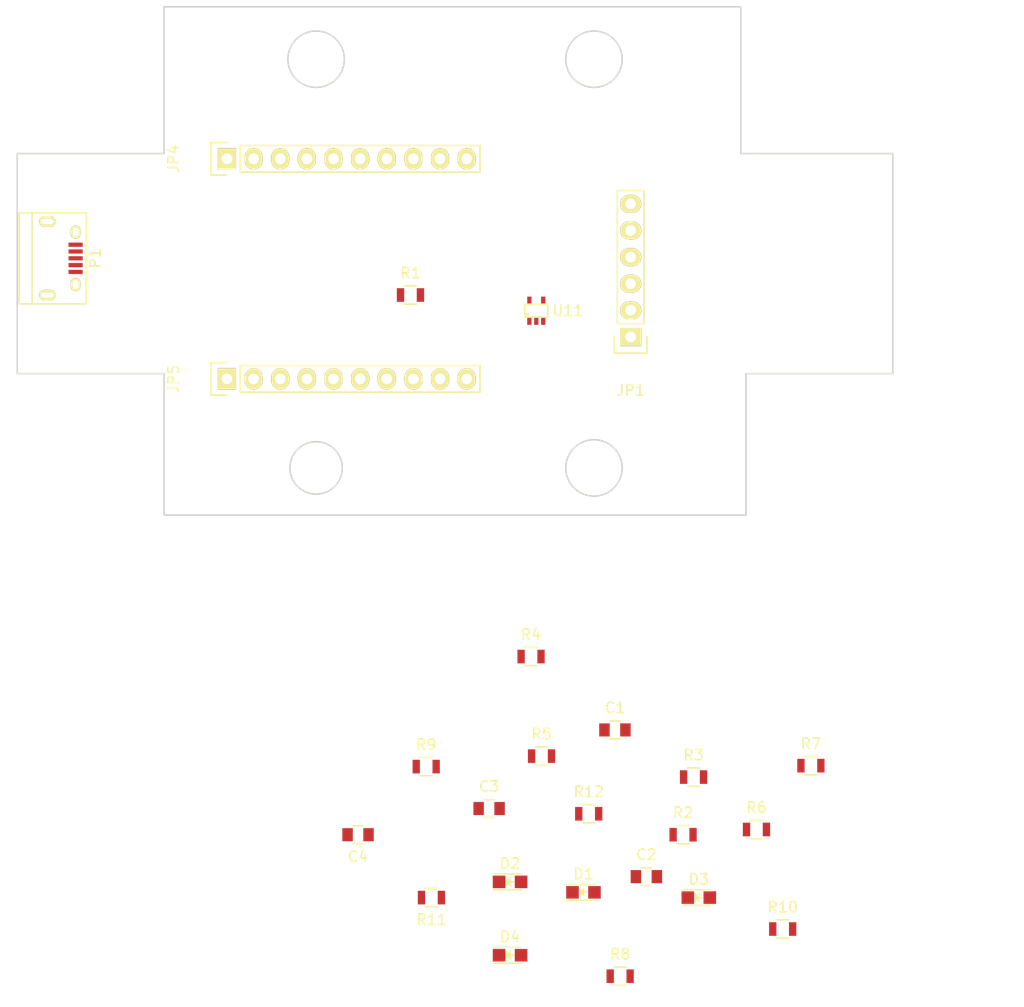
<source format=kicad_pcb>
(kicad_pcb (version 4) (host pcbnew 4.0.1-3.201512221401+6198~38~ubuntu15.10.1-stable)

  (general
    (links 47)
    (no_connects 47)
    (area 120.924999 44.924999 204.575001 93.575001)
    (thickness 1.6)
    (drawings 35)
    (tracks 0)
    (zones 0)
    (modules 25)
    (nets 34)
  )

  (page A4)
  (layers
    (0 F.Cu signal)
    (31 B.Cu signal)
    (32 B.Adhes user)
    (33 F.Adhes user)
    (34 B.Paste user)
    (35 F.Paste user)
    (36 B.SilkS user)
    (37 F.SilkS user)
    (38 B.Mask user)
    (39 F.Mask user)
    (40 Dwgs.User user)
    (41 Cmts.User user)
    (42 Eco1.User user)
    (43 Eco2.User user)
    (44 Edge.Cuts user)
    (45 Margin user)
    (46 B.CrtYd user)
    (47 F.CrtYd user)
    (48 B.Fab user)
    (49 F.Fab user)
  )

  (setup
    (last_trace_width 0.25)
    (trace_clearance 0.2)
    (zone_clearance 0.508)
    (zone_45_only no)
    (trace_min 0.2)
    (segment_width 0.2)
    (edge_width 0.15)
    (via_size 0.6)
    (via_drill 0.4)
    (via_min_size 0.4)
    (via_min_drill 0.3)
    (uvia_size 0.3)
    (uvia_drill 0.1)
    (uvias_allowed no)
    (uvia_min_size 0.2)
    (uvia_min_drill 0.1)
    (pcb_text_width 0.3)
    (pcb_text_size 1.5 1.5)
    (mod_edge_width 0.15)
    (mod_text_size 1 1)
    (mod_text_width 0.15)
    (pad_size 1.524 1.524)
    (pad_drill 0.762)
    (pad_to_mask_clearance 0.2)
    (aux_axis_origin 0 0)
    (visible_elements FFFFFF7F)
    (pcbplotparams
      (layerselection 0x00030_80000001)
      (usegerberextensions false)
      (excludeedgelayer true)
      (linewidth 0.100000)
      (plotframeref false)
      (viasonmask false)
      (mode 1)
      (useauxorigin false)
      (hpglpennumber 1)
      (hpglpenspeed 20)
      (hpglpendiameter 15)
      (hpglpenoverlay 2)
      (psnegative false)
      (psa4output false)
      (plotreference true)
      (plotvalue true)
      (plotinvisibletext false)
      (padsonsilk false)
      (subtractmaskfromsilk false)
      (outputformat 1)
      (mirror false)
      (drillshape 1)
      (scaleselection 1)
      (outputdirectory ""))
  )

  (net 0 "")
  (net 1 "Net-(C1-Pad1)")
  (net 2 GND)
  (net 3 ADC)
  (net 4 "Net-(C2-Pad2)")
  (net 5 "Net-(C3-Pad1)")
  (net 6 "Net-(C4-Pad1)")
  (net 7 "Net-(C4-Pad2)")
  (net 8 RESET)
  (net 9 RESET_5V)
  (net 10 RXD)
  (net 11 +3V3)
  (net 12 "Net-(D3-Pad1)")
  (net 13 "Net-(D4-Pad1)")
  (net 14 "Net-(JP1-Pad1)")
  (net 15 TXD)
  (net 16 "Net-(JP1-Pad5)")
  (net 17 CH_PD)
  (net 18 GPIO16)
  (net 19 GPIO14)
  (net 20 GPIO12)
  (net 21 GPIO13)
  (net 22 +BATT)
  (net 23 LD0_EN)
  (net 24 GPIO15)
  (net 25 GPIO2)
  (net 26 GPIO0)
  (net 27 GPIO4)
  (net 28 GPIO5)
  (net 29 "Net-(P1-Pad2)")
  (net 30 "Net-(P1-Pad3)")
  (net 31 "Net-(P1-Pad4)")
  (net 32 "Net-(P1-Pad6)")
  (net 33 "Net-(U11-Pad4)")

  (net_class Default "This is the default net class."
    (clearance 0.2)
    (trace_width 0.25)
    (via_dia 0.6)
    (via_drill 0.4)
    (uvia_dia 0.3)
    (uvia_drill 0.1)
    (add_net +3V3)
    (add_net +BATT)
    (add_net ADC)
    (add_net CH_PD)
    (add_net GND)
    (add_net GPIO0)
    (add_net GPIO12)
    (add_net GPIO13)
    (add_net GPIO14)
    (add_net GPIO15)
    (add_net GPIO16)
    (add_net GPIO2)
    (add_net GPIO4)
    (add_net GPIO5)
    (add_net LD0_EN)
    (add_net "Net-(C1-Pad1)")
    (add_net "Net-(C2-Pad2)")
    (add_net "Net-(C3-Pad1)")
    (add_net "Net-(C4-Pad1)")
    (add_net "Net-(C4-Pad2)")
    (add_net "Net-(D3-Pad1)")
    (add_net "Net-(D4-Pad1)")
    (add_net "Net-(JP1-Pad1)")
    (add_net "Net-(JP1-Pad5)")
    (add_net "Net-(P1-Pad2)")
    (add_net "Net-(P1-Pad3)")
    (add_net "Net-(P1-Pad4)")
    (add_net "Net-(P1-Pad6)")
    (add_net "Net-(U11-Pad4)")
    (add_net RESET)
    (add_net RESET_5V)
    (add_net RXD)
    (add_net TXD)
  )

  (module Capacitors_SMD:C_0805 (layer F.Cu) (tedit 5415D6EA) (tstamp 56DB040A)
    (at 178 114)
    (descr "Capacitor SMD 0805, reflow soldering, AVX (see smccp.pdf)")
    (tags "capacitor 0805")
    (path /56C6600B)
    (attr smd)
    (fp_text reference C1 (at 0 -2.1) (layer F.SilkS)
      (effects (font (size 1 1) (thickness 0.15)))
    )
    (fp_text value 10UF (at 0 2.1) (layer F.Fab)
      (effects (font (size 1 1) (thickness 0.15)))
    )
    (fp_line (start -1.8 -1) (end 1.8 -1) (layer F.CrtYd) (width 0.05))
    (fp_line (start -1.8 1) (end 1.8 1) (layer F.CrtYd) (width 0.05))
    (fp_line (start -1.8 -1) (end -1.8 1) (layer F.CrtYd) (width 0.05))
    (fp_line (start 1.8 -1) (end 1.8 1) (layer F.CrtYd) (width 0.05))
    (fp_line (start 0.5 -0.85) (end -0.5 -0.85) (layer F.SilkS) (width 0.15))
    (fp_line (start -0.5 0.85) (end 0.5 0.85) (layer F.SilkS) (width 0.15))
    (pad 1 smd rect (at -1 0) (size 1 1.25) (layers F.Cu F.Paste F.Mask)
      (net 1 "Net-(C1-Pad1)"))
    (pad 2 smd rect (at 1 0) (size 1 1.25) (layers F.Cu F.Paste F.Mask)
      (net 2 GND))
    (model Capacitors_SMD.3dshapes/C_0805.wrl
      (at (xyz 0 0 0))
      (scale (xyz 1 1 1))
      (rotate (xyz 0 0 0))
    )
  )

  (module Capacitors_SMD:C_0805 (layer F.Cu) (tedit 5415D6EA) (tstamp 56DB0416)
    (at 181 128)
    (descr "Capacitor SMD 0805, reflow soldering, AVX (see smccp.pdf)")
    (tags "capacitor 0805")
    (path /56C658E9)
    (attr smd)
    (fp_text reference C2 (at 0 -2.1) (layer F.SilkS)
      (effects (font (size 1 1) (thickness 0.15)))
    )
    (fp_text value 12pF (at 0 2.1) (layer F.Fab)
      (effects (font (size 1 1) (thickness 0.15)))
    )
    (fp_line (start -1.8 -1) (end 1.8 -1) (layer F.CrtYd) (width 0.05))
    (fp_line (start -1.8 1) (end 1.8 1) (layer F.CrtYd) (width 0.05))
    (fp_line (start -1.8 -1) (end -1.8 1) (layer F.CrtYd) (width 0.05))
    (fp_line (start 1.8 -1) (end 1.8 1) (layer F.CrtYd) (width 0.05))
    (fp_line (start 0.5 -0.85) (end -0.5 -0.85) (layer F.SilkS) (width 0.15))
    (fp_line (start -0.5 0.85) (end 0.5 0.85) (layer F.SilkS) (width 0.15))
    (pad 1 smd rect (at -1 0) (size 1 1.25) (layers F.Cu F.Paste F.Mask)
      (net 3 ADC))
    (pad 2 smd rect (at 1 0) (size 1 1.25) (layers F.Cu F.Paste F.Mask)
      (net 4 "Net-(C2-Pad2)"))
    (model Capacitors_SMD.3dshapes/C_0805.wrl
      (at (xyz 0 0 0))
      (scale (xyz 1 1 1))
      (rotate (xyz 0 0 0))
    )
  )

  (module Capacitors_SMD:C_0805 (layer F.Cu) (tedit 5415D6EA) (tstamp 56DB0422)
    (at 166 121.5)
    (descr "Capacitor SMD 0805, reflow soldering, AVX (see smccp.pdf)")
    (tags "capacitor 0805")
    (path /56C65752)
    (attr smd)
    (fp_text reference C3 (at 0 -2.1) (layer F.SilkS)
      (effects (font (size 1 1) (thickness 0.15)))
    )
    (fp_text value 1uF (at 0 2.1) (layer F.Fab)
      (effects (font (size 1 1) (thickness 0.15)))
    )
    (fp_line (start -1.8 -1) (end 1.8 -1) (layer F.CrtYd) (width 0.05))
    (fp_line (start -1.8 1) (end 1.8 1) (layer F.CrtYd) (width 0.05))
    (fp_line (start -1.8 -1) (end -1.8 1) (layer F.CrtYd) (width 0.05))
    (fp_line (start 1.8 -1) (end 1.8 1) (layer F.CrtYd) (width 0.05))
    (fp_line (start 0.5 -0.85) (end -0.5 -0.85) (layer F.SilkS) (width 0.15))
    (fp_line (start -0.5 0.85) (end 0.5 0.85) (layer F.SilkS) (width 0.15))
    (pad 1 smd rect (at -1 0) (size 1 1.25) (layers F.Cu F.Paste F.Mask)
      (net 5 "Net-(C3-Pad1)"))
    (pad 2 smd rect (at 1 0) (size 1 1.25) (layers F.Cu F.Paste F.Mask)
      (net 2 GND))
    (model Capacitors_SMD.3dshapes/C_0805.wrl
      (at (xyz 0 0 0))
      (scale (xyz 1 1 1))
      (rotate (xyz 0 0 0))
    )
  )

  (module Capacitors_SMD:C_0805 (layer F.Cu) (tedit 5415D6EA) (tstamp 56DB042E)
    (at 153.5 124 180)
    (descr "Capacitor SMD 0805, reflow soldering, AVX (see smccp.pdf)")
    (tags "capacitor 0805")
    (path /56C65A5B)
    (attr smd)
    (fp_text reference C4 (at 0 -2.1 180) (layer F.SilkS)
      (effects (font (size 1 1) (thickness 0.15)))
    )
    (fp_text value "4.7 uF" (at 0 2.1 180) (layer F.Fab)
      (effects (font (size 1 1) (thickness 0.15)))
    )
    (fp_line (start -1.8 -1) (end 1.8 -1) (layer F.CrtYd) (width 0.05))
    (fp_line (start -1.8 1) (end 1.8 1) (layer F.CrtYd) (width 0.05))
    (fp_line (start -1.8 -1) (end -1.8 1) (layer F.CrtYd) (width 0.05))
    (fp_line (start 1.8 -1) (end 1.8 1) (layer F.CrtYd) (width 0.05))
    (fp_line (start 0.5 -0.85) (end -0.5 -0.85) (layer F.SilkS) (width 0.15))
    (fp_line (start -0.5 0.85) (end 0.5 0.85) (layer F.SilkS) (width 0.15))
    (pad 1 smd rect (at -1 0 180) (size 1 1.25) (layers F.Cu F.Paste F.Mask)
      (net 6 "Net-(C4-Pad1)"))
    (pad 2 smd rect (at 1 0 180) (size 1 1.25) (layers F.Cu F.Paste F.Mask)
      (net 7 "Net-(C4-Pad2)"))
    (model Capacitors_SMD.3dshapes/C_0805.wrl
      (at (xyz 0 0 0))
      (scale (xyz 1 1 1))
      (rotate (xyz 0 0 0))
    )
  )

  (module LEDs:LED_0805 (layer F.Cu) (tedit 55BDE1C2) (tstamp 56DB0441)
    (at 175 129.5)
    (descr "LED 0805 smd package")
    (tags "LED 0805 SMD")
    (path /56C670E7)
    (attr smd)
    (fp_text reference D1 (at 0 -1.75) (layer F.SilkS)
      (effects (font (size 1 1) (thickness 0.15)))
    )
    (fp_text value D (at 0 1.75) (layer F.Fab)
      (effects (font (size 1 1) (thickness 0.15)))
    )
    (fp_line (start -1.6 0.75) (end 1.1 0.75) (layer F.SilkS) (width 0.15))
    (fp_line (start -1.6 -0.75) (end 1.1 -0.75) (layer F.SilkS) (width 0.15))
    (fp_line (start -0.1 0.15) (end -0.1 -0.1) (layer F.SilkS) (width 0.15))
    (fp_line (start -0.1 -0.1) (end -0.25 0.05) (layer F.SilkS) (width 0.15))
    (fp_line (start -0.35 -0.35) (end -0.35 0.35) (layer F.SilkS) (width 0.15))
    (fp_line (start 0 0) (end 0.35 0) (layer F.SilkS) (width 0.15))
    (fp_line (start -0.35 0) (end 0 -0.35) (layer F.SilkS) (width 0.15))
    (fp_line (start 0 -0.35) (end 0 0.35) (layer F.SilkS) (width 0.15))
    (fp_line (start 0 0.35) (end -0.35 0) (layer F.SilkS) (width 0.15))
    (fp_line (start 1.9 -0.95) (end 1.9 0.95) (layer F.CrtYd) (width 0.05))
    (fp_line (start 1.9 0.95) (end -1.9 0.95) (layer F.CrtYd) (width 0.05))
    (fp_line (start -1.9 0.95) (end -1.9 -0.95) (layer F.CrtYd) (width 0.05))
    (fp_line (start -1.9 -0.95) (end 1.9 -0.95) (layer F.CrtYd) (width 0.05))
    (pad 2 smd rect (at 1.04902 0 180) (size 1.19888 1.19888) (layers F.Cu F.Paste F.Mask)
      (net 8 RESET))
    (pad 1 smd rect (at -1.04902 0 180) (size 1.19888 1.19888) (layers F.Cu F.Paste F.Mask)
      (net 9 RESET_5V))
    (model LEDs.3dshapes/LED_0805.wrl
      (at (xyz 0 0 0))
      (scale (xyz 1 1 1))
      (rotate (xyz 0 0 0))
    )
  )

  (module LEDs:LED_0805 (layer F.Cu) (tedit 55BDE1C2) (tstamp 56DB0454)
    (at 168 128.5)
    (descr "LED 0805 smd package")
    (tags "LED 0805 SMD")
    (path /56C67193)
    (attr smd)
    (fp_text reference D2 (at 0 -1.75) (layer F.SilkS)
      (effects (font (size 1 1) (thickness 0.15)))
    )
    (fp_text value D (at 0 1.75) (layer F.Fab)
      (effects (font (size 1 1) (thickness 0.15)))
    )
    (fp_line (start -1.6 0.75) (end 1.1 0.75) (layer F.SilkS) (width 0.15))
    (fp_line (start -1.6 -0.75) (end 1.1 -0.75) (layer F.SilkS) (width 0.15))
    (fp_line (start -0.1 0.15) (end -0.1 -0.1) (layer F.SilkS) (width 0.15))
    (fp_line (start -0.1 -0.1) (end -0.25 0.05) (layer F.SilkS) (width 0.15))
    (fp_line (start -0.35 -0.35) (end -0.35 0.35) (layer F.SilkS) (width 0.15))
    (fp_line (start 0 0) (end 0.35 0) (layer F.SilkS) (width 0.15))
    (fp_line (start -0.35 0) (end 0 -0.35) (layer F.SilkS) (width 0.15))
    (fp_line (start 0 -0.35) (end 0 0.35) (layer F.SilkS) (width 0.15))
    (fp_line (start 0 0.35) (end -0.35 0) (layer F.SilkS) (width 0.15))
    (fp_line (start 1.9 -0.95) (end 1.9 0.95) (layer F.CrtYd) (width 0.05))
    (fp_line (start 1.9 0.95) (end -1.9 0.95) (layer F.CrtYd) (width 0.05))
    (fp_line (start -1.9 0.95) (end -1.9 -0.95) (layer F.CrtYd) (width 0.05))
    (fp_line (start -1.9 -0.95) (end 1.9 -0.95) (layer F.CrtYd) (width 0.05))
    (pad 2 smd rect (at 1.04902 0 180) (size 1.19888 1.19888) (layers F.Cu F.Paste F.Mask)
      (net 10 RXD))
    (pad 1 smd rect (at -1.04902 0 180) (size 1.19888 1.19888) (layers F.Cu F.Paste F.Mask)
      (net 10 RXD))
    (model LEDs.3dshapes/LED_0805.wrl
      (at (xyz 0 0 0))
      (scale (xyz 1 1 1))
      (rotate (xyz 0 0 0))
    )
  )

  (module LEDs:LED_0805 (layer F.Cu) (tedit 55BDE1C2) (tstamp 56DB0467)
    (at 186 130)
    (descr "LED 0805 smd package")
    (tags "LED 0805 SMD")
    (path /56D7A6F8)
    (attr smd)
    (fp_text reference D3 (at 0 -1.75) (layer F.SilkS)
      (effects (font (size 1 1) (thickness 0.15)))
    )
    (fp_text value LED (at 0 1.75) (layer F.Fab)
      (effects (font (size 1 1) (thickness 0.15)))
    )
    (fp_line (start -1.6 0.75) (end 1.1 0.75) (layer F.SilkS) (width 0.15))
    (fp_line (start -1.6 -0.75) (end 1.1 -0.75) (layer F.SilkS) (width 0.15))
    (fp_line (start -0.1 0.15) (end -0.1 -0.1) (layer F.SilkS) (width 0.15))
    (fp_line (start -0.1 -0.1) (end -0.25 0.05) (layer F.SilkS) (width 0.15))
    (fp_line (start -0.35 -0.35) (end -0.35 0.35) (layer F.SilkS) (width 0.15))
    (fp_line (start 0 0) (end 0.35 0) (layer F.SilkS) (width 0.15))
    (fp_line (start -0.35 0) (end 0 -0.35) (layer F.SilkS) (width 0.15))
    (fp_line (start 0 -0.35) (end 0 0.35) (layer F.SilkS) (width 0.15))
    (fp_line (start 0 0.35) (end -0.35 0) (layer F.SilkS) (width 0.15))
    (fp_line (start 1.9 -0.95) (end 1.9 0.95) (layer F.CrtYd) (width 0.05))
    (fp_line (start 1.9 0.95) (end -1.9 0.95) (layer F.CrtYd) (width 0.05))
    (fp_line (start -1.9 0.95) (end -1.9 -0.95) (layer F.CrtYd) (width 0.05))
    (fp_line (start -1.9 -0.95) (end 1.9 -0.95) (layer F.CrtYd) (width 0.05))
    (pad 2 smd rect (at 1.04902 0 180) (size 1.19888 1.19888) (layers F.Cu F.Paste F.Mask)
      (net 11 +3V3))
    (pad 1 smd rect (at -1.04902 0 180) (size 1.19888 1.19888) (layers F.Cu F.Paste F.Mask)
      (net 12 "Net-(D3-Pad1)"))
    (model LEDs.3dshapes/LED_0805.wrl
      (at (xyz 0 0 0))
      (scale (xyz 1 1 1))
      (rotate (xyz 0 0 0))
    )
  )

  (module LEDs:LED_0805 (layer F.Cu) (tedit 55BDE1C2) (tstamp 56DB047A)
    (at 168 135.5)
    (descr "LED 0805 smd package")
    (tags "LED 0805 SMD")
    (path /56D7CEF7)
    (attr smd)
    (fp_text reference D4 (at 0 -1.75) (layer F.SilkS)
      (effects (font (size 1 1) (thickness 0.15)))
    )
    (fp_text value LED (at 0 1.75) (layer F.Fab)
      (effects (font (size 1 1) (thickness 0.15)))
    )
    (fp_line (start -1.6 0.75) (end 1.1 0.75) (layer F.SilkS) (width 0.15))
    (fp_line (start -1.6 -0.75) (end 1.1 -0.75) (layer F.SilkS) (width 0.15))
    (fp_line (start -0.1 0.15) (end -0.1 -0.1) (layer F.SilkS) (width 0.15))
    (fp_line (start -0.1 -0.1) (end -0.25 0.05) (layer F.SilkS) (width 0.15))
    (fp_line (start -0.35 -0.35) (end -0.35 0.35) (layer F.SilkS) (width 0.15))
    (fp_line (start 0 0) (end 0.35 0) (layer F.SilkS) (width 0.15))
    (fp_line (start -0.35 0) (end 0 -0.35) (layer F.SilkS) (width 0.15))
    (fp_line (start 0 -0.35) (end 0 0.35) (layer F.SilkS) (width 0.15))
    (fp_line (start 0 0.35) (end -0.35 0) (layer F.SilkS) (width 0.15))
    (fp_line (start 1.9 -0.95) (end 1.9 0.95) (layer F.CrtYd) (width 0.05))
    (fp_line (start 1.9 0.95) (end -1.9 0.95) (layer F.CrtYd) (width 0.05))
    (fp_line (start -1.9 0.95) (end -1.9 -0.95) (layer F.CrtYd) (width 0.05))
    (fp_line (start -1.9 -0.95) (end 1.9 -0.95) (layer F.CrtYd) (width 0.05))
    (pad 2 smd rect (at 1.04902 0 180) (size 1.19888 1.19888) (layers F.Cu F.Paste F.Mask)
      (net 11 +3V3))
    (pad 1 smd rect (at -1.04902 0 180) (size 1.19888 1.19888) (layers F.Cu F.Paste F.Mask)
      (net 13 "Net-(D4-Pad1)"))
    (model LEDs.3dshapes/LED_0805.wrl
      (at (xyz 0 0 0))
      (scale (xyz 1 1 1))
      (rotate (xyz 0 0 0))
    )
  )

  (module Connect:USB_Micro-B (layer F.Cu) (tedit 5543E447) (tstamp 56DB05C1)
    (at 125 69 270)
    (descr "Micro USB Type B Receptacle")
    (tags "USB USB_B USB_micro USB_OTG")
    (path /56C75F6C)
    (attr smd)
    (fp_text reference P1 (at 0 -3.45 270) (layer F.SilkS)
      (effects (font (size 1 1) (thickness 0.15)))
    )
    (fp_text value USB_OTG (at 0 4.8 270) (layer F.Fab)
      (effects (font (size 1 1) (thickness 0.15)))
    )
    (fp_line (start -4.6 -2.8) (end 4.6 -2.8) (layer F.CrtYd) (width 0.05))
    (fp_line (start 4.6 -2.8) (end 4.6 4.05) (layer F.CrtYd) (width 0.05))
    (fp_line (start 4.6 4.05) (end -4.6 4.05) (layer F.CrtYd) (width 0.05))
    (fp_line (start -4.6 4.05) (end -4.6 -2.8) (layer F.CrtYd) (width 0.05))
    (fp_line (start -4.3509 3.81746) (end 4.3491 3.81746) (layer F.SilkS) (width 0.15))
    (fp_line (start -4.3509 -2.58754) (end 4.3491 -2.58754) (layer F.SilkS) (width 0.15))
    (fp_line (start 4.3491 -2.58754) (end 4.3491 3.81746) (layer F.SilkS) (width 0.15))
    (fp_line (start 4.3491 2.58746) (end -4.3509 2.58746) (layer F.SilkS) (width 0.15))
    (fp_line (start -4.3509 3.81746) (end -4.3509 -2.58754) (layer F.SilkS) (width 0.15))
    (pad 1 smd rect (at -1.3009 -1.56254) (size 1.35 0.4) (layers F.Cu F.Paste F.Mask)
      (net 2 GND))
    (pad 2 smd rect (at -0.6509 -1.56254) (size 1.35 0.4) (layers F.Cu F.Paste F.Mask)
      (net 29 "Net-(P1-Pad2)"))
    (pad 3 smd rect (at -0.0009 -1.56254) (size 1.35 0.4) (layers F.Cu F.Paste F.Mask)
      (net 30 "Net-(P1-Pad3)"))
    (pad 4 smd rect (at 0.6491 -1.56254) (size 1.35 0.4) (layers F.Cu F.Paste F.Mask)
      (net 31 "Net-(P1-Pad4)"))
    (pad 5 smd rect (at 1.2991 -1.56254) (size 1.35 0.4) (layers F.Cu F.Paste F.Mask)
      (net 2 GND))
    (pad 6 thru_hole oval (at -2.5009 -1.56254) (size 0.95 1.25) (drill oval 0.55 0.85) (layers *.Cu *.Mask F.SilkS)
      (net 32 "Net-(P1-Pad6)"))
    (pad 6 thru_hole oval (at 2.4991 -1.56254) (size 0.95 1.25) (drill oval 0.55 0.85) (layers *.Cu *.Mask F.SilkS)
      (net 32 "Net-(P1-Pad6)"))
    (pad 6 thru_hole oval (at -3.5009 1.13746) (size 1.55 1) (drill oval 1.15 0.5) (layers *.Cu *.Mask F.SilkS)
      (net 32 "Net-(P1-Pad6)"))
    (pad 6 thru_hole oval (at 3.4991 1.13746) (size 1.55 1) (drill oval 1.15 0.5) (layers *.Cu *.Mask F.SilkS)
      (net 32 "Net-(P1-Pad6)"))
  )

  (module Resistors_SMD:R_0805 (layer F.Cu) (tedit 5415CDEB) (tstamp 56DB05CD)
    (at 158.5 72.5)
    (descr "Resistor SMD 0805, reflow soldering, Vishay (see dcrcw.pdf)")
    (tags "resistor 0805")
    (path /56D78B0E)
    (attr smd)
    (fp_text reference R1 (at 0 -2.1) (layer F.SilkS)
      (effects (font (size 1 1) (thickness 0.15)))
    )
    (fp_text value 10K (at 0 2.1) (layer F.Fab)
      (effects (font (size 1 1) (thickness 0.15)))
    )
    (fp_line (start -1.6 -1) (end 1.6 -1) (layer F.CrtYd) (width 0.05))
    (fp_line (start -1.6 1) (end 1.6 1) (layer F.CrtYd) (width 0.05))
    (fp_line (start -1.6 -1) (end -1.6 1) (layer F.CrtYd) (width 0.05))
    (fp_line (start 1.6 -1) (end 1.6 1) (layer F.CrtYd) (width 0.05))
    (fp_line (start 0.6 0.875) (end -0.6 0.875) (layer F.SilkS) (width 0.15))
    (fp_line (start -0.6 -0.875) (end 0.6 -0.875) (layer F.SilkS) (width 0.15))
    (pad 1 smd rect (at -0.95 0) (size 0.7 1.3) (layers F.Cu F.Paste F.Mask)
      (net 11 +3V3))
    (pad 2 smd rect (at 0.95 0) (size 0.7 1.3) (layers F.Cu F.Paste F.Mask)
      (net 9 RESET_5V))
    (model Resistors_SMD.3dshapes/R_0805.wrl
      (at (xyz 0 0 0))
      (scale (xyz 1 1 1))
      (rotate (xyz 0 0 0))
    )
  )

  (module Resistors_SMD:R_0805 (layer F.Cu) (tedit 5415CDEB) (tstamp 56DB05D9)
    (at 184.5 124)
    (descr "Resistor SMD 0805, reflow soldering, Vishay (see dcrcw.pdf)")
    (tags "resistor 0805")
    (path /56D78AA3)
    (attr smd)
    (fp_text reference R2 (at 0 -2.1) (layer F.SilkS)
      (effects (font (size 1 1) (thickness 0.15)))
    )
    (fp_text value 1K (at 0 2.1) (layer F.Fab)
      (effects (font (size 1 1) (thickness 0.15)))
    )
    (fp_line (start -1.6 -1) (end 1.6 -1) (layer F.CrtYd) (width 0.05))
    (fp_line (start -1.6 1) (end 1.6 1) (layer F.CrtYd) (width 0.05))
    (fp_line (start -1.6 -1) (end -1.6 1) (layer F.CrtYd) (width 0.05))
    (fp_line (start 1.6 -1) (end 1.6 1) (layer F.CrtYd) (width 0.05))
    (fp_line (start 0.6 0.875) (end -0.6 0.875) (layer F.SilkS) (width 0.15))
    (fp_line (start -0.6 -0.875) (end 0.6 -0.875) (layer F.SilkS) (width 0.15))
    (pad 1 smd rect (at -0.95 0) (size 0.7 1.3) (layers F.Cu F.Paste F.Mask)
      (net 12 "Net-(D3-Pad1)"))
    (pad 2 smd rect (at 0.95 0) (size 0.7 1.3) (layers F.Cu F.Paste F.Mask)
      (net 26 GPIO0))
    (model Resistors_SMD.3dshapes/R_0805.wrl
      (at (xyz 0 0 0))
      (scale (xyz 1 1 1))
      (rotate (xyz 0 0 0))
    )
  )

  (module Resistors_SMD:R_0805 (layer F.Cu) (tedit 5415CDEB) (tstamp 56DB05E5)
    (at 185.5 118.5)
    (descr "Resistor SMD 0805, reflow soldering, Vishay (see dcrcw.pdf)")
    (tags "resistor 0805")
    (path /56C65DB7)
    (attr smd)
    (fp_text reference R3 (at 0 -2.1) (layer F.SilkS)
      (effects (font (size 1 1) (thickness 0.15)))
    )
    (fp_text value 10K (at 0 2.1) (layer F.Fab)
      (effects (font (size 1 1) (thickness 0.15)))
    )
    (fp_line (start -1.6 -1) (end 1.6 -1) (layer F.CrtYd) (width 0.05))
    (fp_line (start -1.6 1) (end 1.6 1) (layer F.CrtYd) (width 0.05))
    (fp_line (start -1.6 -1) (end -1.6 1) (layer F.CrtYd) (width 0.05))
    (fp_line (start 1.6 -1) (end 1.6 1) (layer F.CrtYd) (width 0.05))
    (fp_line (start 0.6 0.875) (end -0.6 0.875) (layer F.SilkS) (width 0.15))
    (fp_line (start -0.6 -0.875) (end 0.6 -0.875) (layer F.SilkS) (width 0.15))
    (pad 1 smd rect (at -0.95 0) (size 0.7 1.3) (layers F.Cu F.Paste F.Mask)
      (net 1 "Net-(C1-Pad1)"))
    (pad 2 smd rect (at 0.95 0) (size 0.7 1.3) (layers F.Cu F.Paste F.Mask)
      (net 23 LD0_EN))
    (model Resistors_SMD.3dshapes/R_0805.wrl
      (at (xyz 0 0 0))
      (scale (xyz 1 1 1))
      (rotate (xyz 0 0 0))
    )
  )

  (module Resistors_SMD:R_0805 (layer F.Cu) (tedit 5415CDEB) (tstamp 56DB05F1)
    (at 170 107)
    (descr "Resistor SMD 0805, reflow soldering, Vishay (see dcrcw.pdf)")
    (tags "resistor 0805")
    (path /56D78BC1)
    (attr smd)
    (fp_text reference R4 (at 0 -2.1) (layer F.SilkS)
      (effects (font (size 1 1) (thickness 0.15)))
    )
    (fp_text value 10K (at 0 2.1) (layer F.Fab)
      (effects (font (size 1 1) (thickness 0.15)))
    )
    (fp_line (start -1.6 -1) (end 1.6 -1) (layer F.CrtYd) (width 0.05))
    (fp_line (start -1.6 1) (end 1.6 1) (layer F.CrtYd) (width 0.05))
    (fp_line (start -1.6 -1) (end -1.6 1) (layer F.CrtYd) (width 0.05))
    (fp_line (start 1.6 -1) (end 1.6 1) (layer F.CrtYd) (width 0.05))
    (fp_line (start 0.6 0.875) (end -0.6 0.875) (layer F.SilkS) (width 0.15))
    (fp_line (start -0.6 -0.875) (end 0.6 -0.875) (layer F.SilkS) (width 0.15))
    (pad 1 smd rect (at -0.95 0) (size 0.7 1.3) (layers F.Cu F.Paste F.Mask)
      (net 11 +3V3))
    (pad 2 smd rect (at 0.95 0) (size 0.7 1.3) (layers F.Cu F.Paste F.Mask)
      (net 25 GPIO2))
    (model Resistors_SMD.3dshapes/R_0805.wrl
      (at (xyz 0 0 0))
      (scale (xyz 1 1 1))
      (rotate (xyz 0 0 0))
    )
  )

  (module Resistors_SMD:R_0805 (layer F.Cu) (tedit 5415CDEB) (tstamp 56DB05FD)
    (at 171 116.5)
    (descr "Resistor SMD 0805, reflow soldering, Vishay (see dcrcw.pdf)")
    (tags "resistor 0805")
    (path /56D78C14)
    (attr smd)
    (fp_text reference R5 (at 0 -2.1) (layer F.SilkS)
      (effects (font (size 1 1) (thickness 0.15)))
    )
    (fp_text value 10K (at 0 2.1) (layer F.Fab)
      (effects (font (size 1 1) (thickness 0.15)))
    )
    (fp_line (start -1.6 -1) (end 1.6 -1) (layer F.CrtYd) (width 0.05))
    (fp_line (start -1.6 1) (end 1.6 1) (layer F.CrtYd) (width 0.05))
    (fp_line (start -1.6 -1) (end -1.6 1) (layer F.CrtYd) (width 0.05))
    (fp_line (start 1.6 -1) (end 1.6 1) (layer F.CrtYd) (width 0.05))
    (fp_line (start 0.6 0.875) (end -0.6 0.875) (layer F.SilkS) (width 0.15))
    (fp_line (start -0.6 -0.875) (end 0.6 -0.875) (layer F.SilkS) (width 0.15))
    (pad 1 smd rect (at -0.95 0) (size 0.7 1.3) (layers F.Cu F.Paste F.Mask)
      (net 11 +3V3))
    (pad 2 smd rect (at 0.95 0) (size 0.7 1.3) (layers F.Cu F.Paste F.Mask)
      (net 17 CH_PD))
    (model Resistors_SMD.3dshapes/R_0805.wrl
      (at (xyz 0 0 0))
      (scale (xyz 1 1 1))
      (rotate (xyz 0 0 0))
    )
  )

  (module Resistors_SMD:R_0805 (layer F.Cu) (tedit 5415CDEB) (tstamp 56DB0609)
    (at 191.5 123.5)
    (descr "Resistor SMD 0805, reflow soldering, Vishay (see dcrcw.pdf)")
    (tags "resistor 0805")
    (path /56D78C61)
    (attr smd)
    (fp_text reference R6 (at 0 -2.1) (layer F.SilkS)
      (effects (font (size 1 1) (thickness 0.15)))
    )
    (fp_text value 10K (at 0 2.1) (layer F.Fab)
      (effects (font (size 1 1) (thickness 0.15)))
    )
    (fp_line (start -1.6 -1) (end 1.6 -1) (layer F.CrtYd) (width 0.05))
    (fp_line (start -1.6 1) (end 1.6 1) (layer F.CrtYd) (width 0.05))
    (fp_line (start -1.6 -1) (end -1.6 1) (layer F.CrtYd) (width 0.05))
    (fp_line (start 1.6 -1) (end 1.6 1) (layer F.CrtYd) (width 0.05))
    (fp_line (start 0.6 0.875) (end -0.6 0.875) (layer F.SilkS) (width 0.15))
    (fp_line (start -0.6 -0.875) (end 0.6 -0.875) (layer F.SilkS) (width 0.15))
    (pad 1 smd rect (at -0.95 0) (size 0.7 1.3) (layers F.Cu F.Paste F.Mask)
      (net 24 GPIO15))
    (pad 2 smd rect (at 0.95 0) (size 0.7 1.3) (layers F.Cu F.Paste F.Mask)
      (net 2 GND))
    (model Resistors_SMD.3dshapes/R_0805.wrl
      (at (xyz 0 0 0))
      (scale (xyz 1 1 1))
      (rotate (xyz 0 0 0))
    )
  )

  (module Resistors_SMD:R_0805 (layer F.Cu) (tedit 5415CDEB) (tstamp 56DB0615)
    (at 196.69 117.41)
    (descr "Resistor SMD 0805, reflow soldering, Vishay (see dcrcw.pdf)")
    (tags "resistor 0805")
    (path /56C65B57)
    (attr smd)
    (fp_text reference R7 (at 0 -2.1) (layer F.SilkS)
      (effects (font (size 1 1) (thickness 0.15)))
    )
    (fp_text value 1M (at 0 2.1) (layer F.Fab)
      (effects (font (size 1 1) (thickness 0.15)))
    )
    (fp_line (start -1.6 -1) (end 1.6 -1) (layer F.CrtYd) (width 0.05))
    (fp_line (start -1.6 1) (end 1.6 1) (layer F.CrtYd) (width 0.05))
    (fp_line (start -1.6 -1) (end -1.6 1) (layer F.CrtYd) (width 0.05))
    (fp_line (start 1.6 -1) (end 1.6 1) (layer F.CrtYd) (width 0.05))
    (fp_line (start 0.6 0.875) (end -0.6 0.875) (layer F.SilkS) (width 0.15))
    (fp_line (start -0.6 -0.875) (end 0.6 -0.875) (layer F.SilkS) (width 0.15))
    (pad 1 smd rect (at -0.95 0) (size 0.7 1.3) (layers F.Cu F.Paste F.Mask)
      (net 4 "Net-(C2-Pad2)"))
    (pad 2 smd rect (at 0.95 0) (size 0.7 1.3) (layers F.Cu F.Paste F.Mask)
      (net 3 ADC))
    (model Resistors_SMD.3dshapes/R_0805.wrl
      (at (xyz 0 0 0))
      (scale (xyz 1 1 1))
      (rotate (xyz 0 0 0))
    )
  )

  (module Resistors_SMD:R_0805 (layer F.Cu) (tedit 5415CDEB) (tstamp 56DB0621)
    (at 178.5 137.5)
    (descr "Resistor SMD 0805, reflow soldering, Vishay (see dcrcw.pdf)")
    (tags "resistor 0805")
    (path /56D7CEE0)
    (attr smd)
    (fp_text reference R8 (at 0 -2.1) (layer F.SilkS)
      (effects (font (size 1 1) (thickness 0.15)))
    )
    (fp_text value 1K (at 0 2.1) (layer F.Fab)
      (effects (font (size 1 1) (thickness 0.15)))
    )
    (fp_line (start -1.6 -1) (end 1.6 -1) (layer F.CrtYd) (width 0.05))
    (fp_line (start -1.6 1) (end 1.6 1) (layer F.CrtYd) (width 0.05))
    (fp_line (start -1.6 -1) (end -1.6 1) (layer F.CrtYd) (width 0.05))
    (fp_line (start 1.6 -1) (end 1.6 1) (layer F.CrtYd) (width 0.05))
    (fp_line (start 0.6 0.875) (end -0.6 0.875) (layer F.SilkS) (width 0.15))
    (fp_line (start -0.6 -0.875) (end 0.6 -0.875) (layer F.SilkS) (width 0.15))
    (pad 1 smd rect (at -0.95 0) (size 0.7 1.3) (layers F.Cu F.Paste F.Mask)
      (net 13 "Net-(D4-Pad1)"))
    (pad 2 smd rect (at 0.95 0) (size 0.7 1.3) (layers F.Cu F.Paste F.Mask)
      (net 28 GPIO5))
    (model Resistors_SMD.3dshapes/R_0805.wrl
      (at (xyz 0 0 0))
      (scale (xyz 1 1 1))
      (rotate (xyz 0 0 0))
    )
  )

  (module Resistors_SMD:R_0805 (layer F.Cu) (tedit 5415CDEB) (tstamp 56DB062D)
    (at 160 117.5)
    (descr "Resistor SMD 0805, reflow soldering, Vishay (see dcrcw.pdf)")
    (tags "resistor 0805")
    (path /56C65C10)
    (attr smd)
    (fp_text reference R9 (at 0 -2.1) (layer F.SilkS)
      (effects (font (size 1 1) (thickness 0.15)))
    )
    (fp_text value 10k (at 0 2.1) (layer F.Fab)
      (effects (font (size 1 1) (thickness 0.15)))
    )
    (fp_line (start -1.6 -1) (end 1.6 -1) (layer F.CrtYd) (width 0.05))
    (fp_line (start -1.6 1) (end 1.6 1) (layer F.CrtYd) (width 0.05))
    (fp_line (start -1.6 -1) (end -1.6 1) (layer F.CrtYd) (width 0.05))
    (fp_line (start 1.6 -1) (end 1.6 1) (layer F.CrtYd) (width 0.05))
    (fp_line (start 0.6 0.875) (end -0.6 0.875) (layer F.SilkS) (width 0.15))
    (fp_line (start -0.6 -0.875) (end 0.6 -0.875) (layer F.SilkS) (width 0.15))
    (pad 1 smd rect (at -0.95 0) (size 0.7 1.3) (layers F.Cu F.Paste F.Mask)
      (net 5 "Net-(C3-Pad1)"))
    (pad 2 smd rect (at 0.95 0) (size 0.7 1.3) (layers F.Cu F.Paste F.Mask)
      (net 2 GND))
    (model Resistors_SMD.3dshapes/R_0805.wrl
      (at (xyz 0 0 0))
      (scale (xyz 1 1 1))
      (rotate (xyz 0 0 0))
    )
  )

  (module Resistors_SMD:R_0805 (layer F.Cu) (tedit 5415CDEB) (tstamp 56DB0639)
    (at 194 133)
    (descr "Resistor SMD 0805, reflow soldering, Vishay (see dcrcw.pdf)")
    (tags "resistor 0805")
    (path /56C65CCA)
    (attr smd)
    (fp_text reference R10 (at 0 -2.1) (layer F.SilkS)
      (effects (font (size 1 1) (thickness 0.15)))
    )
    (fp_text value 10K (at 0 2.1) (layer F.Fab)
      (effects (font (size 1 1) (thickness 0.15)))
    )
    (fp_line (start -1.6 -1) (end 1.6 -1) (layer F.CrtYd) (width 0.05))
    (fp_line (start -1.6 1) (end 1.6 1) (layer F.CrtYd) (width 0.05))
    (fp_line (start -1.6 -1) (end -1.6 1) (layer F.CrtYd) (width 0.05))
    (fp_line (start 1.6 -1) (end 1.6 1) (layer F.CrtYd) (width 0.05))
    (fp_line (start 0.6 0.875) (end -0.6 0.875) (layer F.SilkS) (width 0.15))
    (fp_line (start -0.6 -0.875) (end 0.6 -0.875) (layer F.SilkS) (width 0.15))
    (pad 1 smd rect (at -0.95 0) (size 0.7 1.3) (layers F.Cu F.Paste F.Mask)
      (net 6 "Net-(C4-Pad1)"))
    (pad 2 smd rect (at 0.95 0) (size 0.7 1.3) (layers F.Cu F.Paste F.Mask)
      (net 4 "Net-(C2-Pad2)"))
    (model Resistors_SMD.3dshapes/R_0805.wrl
      (at (xyz 0 0 0))
      (scale (xyz 1 1 1))
      (rotate (xyz 0 0 0))
    )
  )

  (module Resistors_SMD:R_0805 (layer F.Cu) (tedit 5415CDEB) (tstamp 56DB0645)
    (at 160.5 130 180)
    (descr "Resistor SMD 0805, reflow soldering, Vishay (see dcrcw.pdf)")
    (tags "resistor 0805")
    (path /56DABC16)
    (attr smd)
    (fp_text reference R11 (at 0 -2.1 180) (layer F.SilkS)
      (effects (font (size 1 1) (thickness 0.15)))
    )
    (fp_text value 2.2K (at 0 2.1 180) (layer F.Fab)
      (effects (font (size 1 1) (thickness 0.15)))
    )
    (fp_line (start -1.6 -1) (end 1.6 -1) (layer F.CrtYd) (width 0.05))
    (fp_line (start -1.6 1) (end 1.6 1) (layer F.CrtYd) (width 0.05))
    (fp_line (start -1.6 -1) (end -1.6 1) (layer F.CrtYd) (width 0.05))
    (fp_line (start 1.6 -1) (end 1.6 1) (layer F.CrtYd) (width 0.05))
    (fp_line (start 0.6 0.875) (end -0.6 0.875) (layer F.SilkS) (width 0.15))
    (fp_line (start -0.6 -0.875) (end 0.6 -0.875) (layer F.SilkS) (width 0.15))
    (pad 1 smd rect (at -0.95 0 180) (size 0.7 1.3) (layers F.Cu F.Paste F.Mask)
      (net 11 +3V3))
    (pad 2 smd rect (at 0.95 0 180) (size 0.7 1.3) (layers F.Cu F.Paste F.Mask)
      (net 7 "Net-(C4-Pad2)"))
    (model Resistors_SMD.3dshapes/R_0805.wrl
      (at (xyz 0 0 0))
      (scale (xyz 1 1 1))
      (rotate (xyz 0 0 0))
    )
  )

  (module Resistors_SMD:R_0805 (layer F.Cu) (tedit 5415CDEB) (tstamp 56DB0651)
    (at 175.5 122)
    (descr "Resistor SMD 0805, reflow soldering, Vishay (see dcrcw.pdf)")
    (tags "resistor 0805")
    (path /56DAB83F)
    (attr smd)
    (fp_text reference R12 (at 0 -2.1) (layer F.SilkS)
      (effects (font (size 1 1) (thickness 0.15)))
    )
    (fp_text value 10K (at 0 2.1) (layer F.Fab)
      (effects (font (size 1 1) (thickness 0.15)))
    )
    (fp_line (start -1.6 -1) (end 1.6 -1) (layer F.CrtYd) (width 0.05))
    (fp_line (start -1.6 1) (end 1.6 1) (layer F.CrtYd) (width 0.05))
    (fp_line (start -1.6 -1) (end -1.6 1) (layer F.CrtYd) (width 0.05))
    (fp_line (start 1.6 -1) (end 1.6 1) (layer F.CrtYd) (width 0.05))
    (fp_line (start 0.6 0.875) (end -0.6 0.875) (layer F.SilkS) (width 0.15))
    (fp_line (start -0.6 -0.875) (end 0.6 -0.875) (layer F.SilkS) (width 0.15))
    (pad 1 smd rect (at -0.95 0) (size 0.7 1.3) (layers F.Cu F.Paste F.Mask)
      (net 11 +3V3))
    (pad 2 smd rect (at 0.95 0) (size 0.7 1.3) (layers F.Cu F.Paste F.Mask)
      (net 5 "Net-(C3-Pad1)"))
    (model Resistors_SMD.3dshapes/R_0805.wrl
      (at (xyz 0 0 0))
      (scale (xyz 1 1 1))
      (rotate (xyz 0 0 0))
    )
  )

  (module TO_SOT_Packages_SMD:SC-70-5 (layer F.Cu) (tedit 56DB205C) (tstamp 56DB0660)
    (at 170.5 74)
    (descr "SC70-5 SOT323-5")
    (path /56C65BE9)
    (attr smd)
    (fp_text reference U11 (at 3 0) (layer F.SilkS)
      (effects (font (size 1 1) (thickness 0.15)))
    )
    (fp_text value SPX3819 (at 0.5 2) (layer F.Fab)
      (effects (font (size 1 1) (thickness 0.15)))
    )
    (fp_line (start -1.1 0.3) (end -0.8 0.3) (layer F.SilkS) (width 0.15))
    (fp_line (start -0.8 0.3) (end -0.8 0.6) (layer F.SilkS) (width 0.15))
    (fp_line (start 1.1 -0.6) (end -1.1 -0.6) (layer F.SilkS) (width 0.15))
    (fp_line (start -1.1 -0.6) (end -1.1 0.6) (layer F.SilkS) (width 0.15))
    (fp_line (start -1.1 0.6) (end 1.1 0.6) (layer F.SilkS) (width 0.15))
    (fp_line (start 1.1 0.6) (end 1.1 -0.6) (layer F.SilkS) (width 0.15))
    (pad 1 smd rect (at -0.6604 1.016) (size 0.4064 0.6604) (layers F.Cu F.Paste F.Mask)
      (net 1 "Net-(C1-Pad1)"))
    (pad 3 smd rect (at 0.6604 1.016) (size 0.4064 0.6604) (layers F.Cu F.Paste F.Mask)
      (net 23 LD0_EN))
    (pad 2 smd rect (at 0 1.016) (size 0.4064 0.6604) (layers F.Cu F.Paste F.Mask)
      (net 2 GND))
    (pad 4 smd rect (at 0.6604 -1.016) (size 0.4064 0.6604) (layers F.Cu F.Paste F.Mask)
      (net 33 "Net-(U11-Pad4)"))
    (pad 5 smd rect (at -0.6604 -1.016) (size 0.4064 0.6604) (layers F.Cu F.Paste F.Mask)
      (net 11 +3V3))
    (model TO_SOT_Packages_SMD.3dshapes/SC-70-5.wrl
      (at (xyz 0 0 0))
      (scale (xyz 1 1 1))
      (rotate (xyz 0 0 0))
    )
  )

  (module Pin_Headers:Pin_Header_Straight_1x06 (layer F.Cu) (tedit 0) (tstamp 56DB24B4)
    (at 179.5 76.5 180)
    (descr "Through hole pin header")
    (tags "pin header")
    (path /56C62737)
    (fp_text reference JP1 (at 0 -5.1 180) (layer F.SilkS)
      (effects (font (size 1 1) (thickness 0.15)))
    )
    (fp_text value CONN_01X06 (at 0 -3.1 180) (layer F.Fab)
      (effects (font (size 1 1) (thickness 0.15)))
    )
    (fp_line (start -1.75 -1.75) (end -1.75 14.45) (layer F.CrtYd) (width 0.05))
    (fp_line (start 1.75 -1.75) (end 1.75 14.45) (layer F.CrtYd) (width 0.05))
    (fp_line (start -1.75 -1.75) (end 1.75 -1.75) (layer F.CrtYd) (width 0.05))
    (fp_line (start -1.75 14.45) (end 1.75 14.45) (layer F.CrtYd) (width 0.05))
    (fp_line (start 1.27 1.27) (end 1.27 13.97) (layer F.SilkS) (width 0.15))
    (fp_line (start 1.27 13.97) (end -1.27 13.97) (layer F.SilkS) (width 0.15))
    (fp_line (start -1.27 13.97) (end -1.27 1.27) (layer F.SilkS) (width 0.15))
    (fp_line (start 1.55 -1.55) (end 1.55 0) (layer F.SilkS) (width 0.15))
    (fp_line (start 1.27 1.27) (end -1.27 1.27) (layer F.SilkS) (width 0.15))
    (fp_line (start -1.55 0) (end -1.55 -1.55) (layer F.SilkS) (width 0.15))
    (fp_line (start -1.55 -1.55) (end 1.55 -1.55) (layer F.SilkS) (width 0.15))
    (pad 1 thru_hole rect (at 0 0 180) (size 2.032 1.7272) (drill 1.016) (layers *.Cu *.Mask F.SilkS)
      (net 14 "Net-(JP1-Pad1)"))
    (pad 2 thru_hole oval (at 0 2.54 180) (size 2.032 1.7272) (drill 1.016) (layers *.Cu *.Mask F.SilkS)
      (net 15 TXD))
    (pad 3 thru_hole oval (at 0 5.08 180) (size 2.032 1.7272) (drill 1.016) (layers *.Cu *.Mask F.SilkS)
      (net 10 RXD))
    (pad 4 thru_hole oval (at 0 7.62 180) (size 2.032 1.7272) (drill 1.016) (layers *.Cu *.Mask F.SilkS)
      (net 2 GND))
    (pad 5 thru_hole oval (at 0 10.16 180) (size 2.032 1.7272) (drill 1.016) (layers *.Cu *.Mask F.SilkS)
      (net 16 "Net-(JP1-Pad5)"))
    (pad 6 thru_hole oval (at 0 12.7 180) (size 2.032 1.7272) (drill 1.016) (layers *.Cu *.Mask F.SilkS)
      (net 2 GND))
    (model Pin_Headers.3dshapes/Pin_Header_Straight_1x06.wrl
      (at (xyz 0 -0.25 0))
      (scale (xyz 1 1 1))
      (rotate (xyz 0 0 90))
    )
  )

  (module Pin_Headers:Pin_Header_Straight_1x10 (layer F.Cu) (tedit 0) (tstamp 56DB24CD)
    (at 141 59.5 90)
    (descr "Through hole pin header")
    (tags "pin header")
    (path /56C6288D)
    (fp_text reference JP4 (at 0 -5.1 90) (layer F.SilkS)
      (effects (font (size 1 1) (thickness 0.15)))
    )
    (fp_text value CONN_01X10 (at 0 -3.1 90) (layer F.Fab)
      (effects (font (size 1 1) (thickness 0.15)))
    )
    (fp_line (start -1.75 -1.75) (end -1.75 24.65) (layer F.CrtYd) (width 0.05))
    (fp_line (start 1.75 -1.75) (end 1.75 24.65) (layer F.CrtYd) (width 0.05))
    (fp_line (start -1.75 -1.75) (end 1.75 -1.75) (layer F.CrtYd) (width 0.05))
    (fp_line (start -1.75 24.65) (end 1.75 24.65) (layer F.CrtYd) (width 0.05))
    (fp_line (start 1.27 1.27) (end 1.27 24.13) (layer F.SilkS) (width 0.15))
    (fp_line (start 1.27 24.13) (end -1.27 24.13) (layer F.SilkS) (width 0.15))
    (fp_line (start -1.27 24.13) (end -1.27 1.27) (layer F.SilkS) (width 0.15))
    (fp_line (start 1.55 -1.55) (end 1.55 0) (layer F.SilkS) (width 0.15))
    (fp_line (start 1.27 1.27) (end -1.27 1.27) (layer F.SilkS) (width 0.15))
    (fp_line (start -1.55 0) (end -1.55 -1.55) (layer F.SilkS) (width 0.15))
    (fp_line (start -1.55 -1.55) (end 1.55 -1.55) (layer F.SilkS) (width 0.15))
    (pad 1 thru_hole rect (at 0 0 90) (size 2.032 1.7272) (drill 1.016) (layers *.Cu *.Mask F.SilkS)
      (net 9 RESET_5V))
    (pad 2 thru_hole oval (at 0 2.54 90) (size 2.032 1.7272) (drill 1.016) (layers *.Cu *.Mask F.SilkS)
      (net 3 ADC))
    (pad 3 thru_hole oval (at 0 5.08 90) (size 2.032 1.7272) (drill 1.016) (layers *.Cu *.Mask F.SilkS)
      (net 17 CH_PD))
    (pad 4 thru_hole oval (at 0 7.62 90) (size 2.032 1.7272) (drill 1.016) (layers *.Cu *.Mask F.SilkS)
      (net 18 GPIO16))
    (pad 5 thru_hole oval (at 0 10.16 90) (size 2.032 1.7272) (drill 1.016) (layers *.Cu *.Mask F.SilkS)
      (net 19 GPIO14))
    (pad 6 thru_hole oval (at 0 12.7 90) (size 2.032 1.7272) (drill 1.016) (layers *.Cu *.Mask F.SilkS)
      (net 20 GPIO12))
    (pad 7 thru_hole oval (at 0 15.24 90) (size 2.032 1.7272) (drill 1.016) (layers *.Cu *.Mask F.SilkS)
      (net 21 GPIO13))
    (pad 8 thru_hole oval (at 0 17.78 90) (size 2.032 1.7272) (drill 1.016) (layers *.Cu *.Mask F.SilkS)
      (net 2 GND))
    (pad 9 thru_hole oval (at 0 20.32 90) (size 2.032 1.7272) (drill 1.016) (layers *.Cu *.Mask F.SilkS)
      (net 22 +BATT))
    (pad 10 thru_hole oval (at 0 22.86 90) (size 2.032 1.7272) (drill 1.016) (layers *.Cu *.Mask F.SilkS)
      (net 2 GND))
    (model Pin_Headers.3dshapes/Pin_Header_Straight_1x10.wrl
      (at (xyz 0 -0.45 0))
      (scale (xyz 1 1 1))
      (rotate (xyz 0 0 90))
    )
  )

  (module Pin_Headers:Pin_Header_Straight_1x10 (layer F.Cu) (tedit 0) (tstamp 56DB24E6)
    (at 141 80.5 90)
    (descr "Through hole pin header")
    (tags "pin header")
    (path /56C628CA)
    (fp_text reference JP5 (at 0 -5.1 90) (layer F.SilkS)
      (effects (font (size 1 1) (thickness 0.15)))
    )
    (fp_text value CONN_01X10 (at 0 -3.1 90) (layer F.Fab)
      (effects (font (size 1 1) (thickness 0.15)))
    )
    (fp_line (start -1.75 -1.75) (end -1.75 24.65) (layer F.CrtYd) (width 0.05))
    (fp_line (start 1.75 -1.75) (end 1.75 24.65) (layer F.CrtYd) (width 0.05))
    (fp_line (start -1.75 -1.75) (end 1.75 -1.75) (layer F.CrtYd) (width 0.05))
    (fp_line (start -1.75 24.65) (end 1.75 24.65) (layer F.CrtYd) (width 0.05))
    (fp_line (start 1.27 1.27) (end 1.27 24.13) (layer F.SilkS) (width 0.15))
    (fp_line (start 1.27 24.13) (end -1.27 24.13) (layer F.SilkS) (width 0.15))
    (fp_line (start -1.27 24.13) (end -1.27 1.27) (layer F.SilkS) (width 0.15))
    (fp_line (start 1.55 -1.55) (end 1.55 0) (layer F.SilkS) (width 0.15))
    (fp_line (start 1.27 1.27) (end -1.27 1.27) (layer F.SilkS) (width 0.15))
    (fp_line (start -1.55 0) (end -1.55 -1.55) (layer F.SilkS) (width 0.15))
    (fp_line (start -1.55 -1.55) (end 1.55 -1.55) (layer F.SilkS) (width 0.15))
    (pad 1 thru_hole rect (at 0 0 90) (size 2.032 1.7272) (drill 1.016) (layers *.Cu *.Mask F.SilkS)
      (net 2 GND))
    (pad 2 thru_hole oval (at 0 2.54 90) (size 2.032 1.7272) (drill 1.016) (layers *.Cu *.Mask F.SilkS)
      (net 23 LD0_EN))
    (pad 3 thru_hole oval (at 0 5.08 90) (size 2.032 1.7272) (drill 1.016) (layers *.Cu *.Mask F.SilkS)
      (net 11 +3V3))
    (pad 4 thru_hole oval (at 0 7.62 90) (size 2.032 1.7272) (drill 1.016) (layers *.Cu *.Mask F.SilkS)
      (net 24 GPIO15))
    (pad 5 thru_hole oval (at 0 10.16 90) (size 2.032 1.7272) (drill 1.016) (layers *.Cu *.Mask F.SilkS)
      (net 25 GPIO2))
    (pad 6 thru_hole oval (at 0 12.7 90) (size 2.032 1.7272) (drill 1.016) (layers *.Cu *.Mask F.SilkS)
      (net 26 GPIO0))
    (pad 7 thru_hole oval (at 0 15.24 90) (size 2.032 1.7272) (drill 1.016) (layers *.Cu *.Mask F.SilkS)
      (net 27 GPIO4))
    (pad 8 thru_hole oval (at 0 17.78 90) (size 2.032 1.7272) (drill 1.016) (layers *.Cu *.Mask F.SilkS)
      (net 28 GPIO5))
    (pad 9 thru_hole oval (at 0 20.32 90) (size 2.032 1.7272) (drill 1.016) (layers *.Cu *.Mask F.SilkS)
      (net 10 RXD))
    (pad 10 thru_hole oval (at 0 22.86 90) (size 2.032 1.7272) (drill 1.016) (layers *.Cu *.Mask F.SilkS)
      (net 15 TXD))
    (model Pin_Headers.3dshapes/Pin_Header_Straight_1x10.wrl
      (at (xyz 0 -0.45 0))
      (scale (xyz 1 1 1))
      (rotate (xyz 0 0 90))
    )
  )

  (gr_circle (center 176 89) (end 178.5 88) (layer Edge.Cuts) (width 0.15))
  (gr_circle (center 176 50) (end 178.5 49) (layer Edge.Cuts) (width 0.15))
  (gr_circle (center 149.5 50) (end 152 49) (layer Edge.Cuts) (width 0.15))
  (gr_circle (center 149.5 89) (end 151.5 87.5) (layer Edge.Cuts) (width 0.15))
  (gr_line (start 190 59) (end 191.5 59) (angle 90) (layer Edge.Cuts) (width 0.15))
  (gr_line (start 190 45) (end 190 59) (angle 90) (layer Edge.Cuts) (width 0.15))
  (gr_line (start 135 45) (end 190 45) (angle 90) (layer Edge.Cuts) (width 0.15))
  (gr_line (start 121 80) (end 135 80) (angle 90) (layer Edge.Cuts) (width 0.15))
  (gr_line (start 121 59) (end 121 80) (angle 90) (layer Edge.Cuts) (width 0.15))
  (gr_line (start 135 59) (end 121 59) (angle 90) (layer Edge.Cuts) (width 0.15))
  (gr_line (start 135 45) (end 135 59) (angle 90) (layer Edge.Cuts) (width 0.15))
  (gr_line (start 204.5 59) (end 191.5 59) (angle 90) (layer Edge.Cuts) (width 0.15))
  (gr_line (start 204.5 80) (end 204.5 59) (angle 90) (layer Edge.Cuts) (width 0.15))
  (gr_line (start 190.5 80) (end 204.5 80) (angle 90) (layer Edge.Cuts) (width 0.15))
  (gr_line (start 190.5 93.5) (end 190.5 80) (angle 90) (layer Edge.Cuts) (width 0.15))
  (gr_line (start 135 93.5) (end 190.5 93.5) (angle 90) (layer Edge.Cuts) (width 0.15))
  (gr_line (start 135 80) (end 135 93.5) (angle 90) (layer Edge.Cuts) (width 0.15))
  (dimension 50 (width 0.3) (layer Margin)
    (gr_text "50.000 mm" (at 214.35 69.5 270) (layer Margin)
      (effects (font (size 1.5 1.5) (thickness 0.3)))
    )
    (feature1 (pts (xy 206.5 94.5) (xy 215.7 94.5)))
    (feature2 (pts (xy 206.5 44.5) (xy 215.7 44.5)))
    (crossbar (pts (xy 213 44.5) (xy 213 94.5)))
    (arrow1a (pts (xy 213 94.5) (xy 212.413579 93.373496)))
    (arrow1b (pts (xy 213 94.5) (xy 213.586421 93.373496)))
    (arrow2a (pts (xy 213 44.5) (xy 212.413579 45.626504)))
    (arrow2b (pts (xy 213 44.5) (xy 213.586421 45.626504)))
  )
  (dimension 84.5 (width 0.3) (layer Margin)
    (gr_text "84.500 mm" (at 162.75 100.85) (layer Margin)
      (effects (font (size 1.5 1.5) (thickness 0.3)))
    )
    (feature1 (pts (xy 205 96) (xy 205 102.2)))
    (feature2 (pts (xy 120.5 96) (xy 120.5 102.2)))
    (crossbar (pts (xy 120.5 99.5) (xy 205 99.5)))
    (arrow1a (pts (xy 205 99.5) (xy 203.873496 100.086421)))
    (arrow1b (pts (xy 205 99.5) (xy 203.873496 98.913579)))
    (arrow2a (pts (xy 120.5 99.5) (xy 121.626504 100.086421)))
    (arrow2b (pts (xy 120.5 99.5) (xy 121.626504 98.913579)))
  )
  (gr_circle (center 176 89) (end 172.5 89.5) (layer Margin) (width 0.2))
  (gr_circle (center 176 50) (end 172.5 50) (layer Margin) (width 0.2))
  (gr_circle (center 149.5 50) (end 153 49.5) (layer Margin) (width 0.2))
  (gr_circle (center 149.5 89) (end 149.5 85.5) (layer Margin) (width 0.2))
  (gr_line (start 193 82.5) (end 193 94.5) (angle 90) (layer Margin) (width 0.2))
  (gr_line (start 193 82.5) (end 205 82.5) (angle 90) (layer Margin) (width 0.2))
  (gr_line (start 193 56.5) (end 193 44.5) (angle 90) (layer Margin) (width 0.2))
  (gr_line (start 205 56.5) (end 193 56.5) (angle 90) (layer Margin) (width 0.2))
  (gr_line (start 132.5 56.5) (end 132.5 44.5) (angle 90) (layer Margin) (width 0.2))
  (gr_line (start 120.5 56.5) (end 132.5 56.5) (angle 90) (layer Margin) (width 0.2))
  (gr_line (start 132.5 82.5) (end 120.5 82.5) (angle 90) (layer Margin) (width 0.2))
  (gr_line (start 132.5 94.5) (end 132.5 82.5) (angle 90) (layer Margin) (width 0.2))
  (gr_line (start 120.5 44.5) (end 120.5 94.5) (angle 90) (layer Margin) (width 0.2))
  (gr_line (start 205 44.5) (end 120.5 44.5) (angle 90) (layer Margin) (width 0.2))
  (gr_line (start 205 94.5) (end 205 44.5) (angle 90) (layer Margin) (width 0.2))
  (gr_line (start 120.5 94.5) (end 205 94.5) (angle 90) (layer Margin) (width 0.2))

)

</source>
